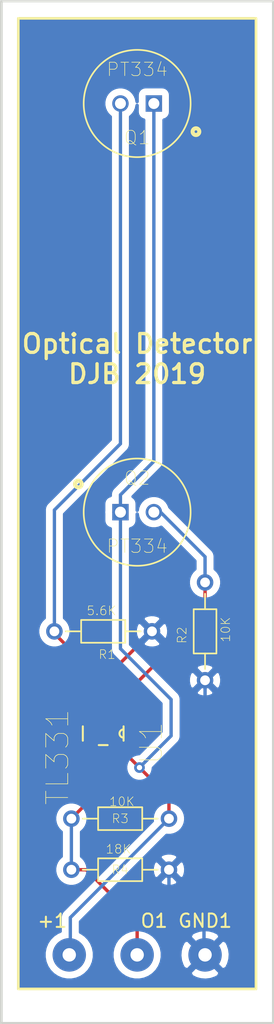
<source format=kicad_pcb>
(kicad_pcb (version 20171130) (host pcbnew 5.1.5-52549c5~86~ubuntu16.04.1)

  (general
    (thickness 1.6)
    (drawings 14)
    (tracks 45)
    (zones 0)
    (modules 10)
    (nets 6)
  )

  (page A4)
  (layers
    (0 F.Cu signal)
    (31 B.Cu signal)
    (32 B.Adhes user hide)
    (33 F.Adhes user hide)
    (34 B.Paste user hide)
    (35 F.Paste user hide)
    (36 B.SilkS user)
    (37 F.SilkS user)
    (38 B.Mask user hide)
    (39 F.Mask user hide)
    (40 Dwgs.User user hide)
    (41 Cmts.User user hide)
    (42 Eco1.User user hide)
    (43 Eco2.User user)
    (44 Edge.Cuts user)
    (45 Margin user hide)
    (46 B.CrtYd user hide)
    (47 F.CrtYd user hide)
    (48 B.Fab user hide)
    (49 F.Fab user hide)
  )

  (setup
    (last_trace_width 0.25)
    (trace_clearance 0.2)
    (zone_clearance 0.508)
    (zone_45_only no)
    (trace_min 0.2)
    (via_size 0.8)
    (via_drill 0.4)
    (via_min_size 0.4)
    (via_min_drill 0.3)
    (uvia_size 0.3)
    (uvia_drill 0.1)
    (uvias_allowed no)
    (uvia_min_size 0.2)
    (uvia_min_drill 0.1)
    (edge_width 0.15)
    (segment_width 0.2)
    (pcb_text_width 0.3)
    (pcb_text_size 1.5 1.5)
    (mod_edge_width 0.15)
    (mod_text_size 1 1)
    (mod_text_width 0.15)
    (pad_size 1.238 1.238)
    (pad_drill 0.73)
    (pad_to_mask_clearance 0.051)
    (solder_mask_min_width 0.25)
    (aux_axis_origin 0 0)
    (visible_elements FFFFFF7F)
    (pcbplotparams
      (layerselection 0x010f0_ffffffff)
      (usegerberextensions false)
      (usegerberattributes false)
      (usegerberadvancedattributes false)
      (creategerberjobfile false)
      (excludeedgelayer true)
      (linewidth 0.100000)
      (plotframeref false)
      (viasonmask false)
      (mode 1)
      (useauxorigin false)
      (hpglpennumber 1)
      (hpglpenspeed 20)
      (hpglpendiameter 15.000000)
      (psnegative false)
      (psa4output false)
      (plotreference true)
      (plotvalue true)
      (plotinvisibletext false)
      (padsonsilk false)
      (subtractmaskfromsilk false)
      (outputformat 1)
      (mirror false)
      (drillshape 0)
      (scaleselection 1)
      (outputdirectory "/home/dbristow/Kicad-Projects/OpticalDetector/"))
  )

  (net 0 "")
  (net 1 "Net-(Q1-PadE)")
  (net 2 GND)
  (net 3 "Net-(Q2-PadE)")
  (net 4 VCC)
  (net 5 "Net-(O1-Pad1)")

  (net_class Default "This is the default net class."
    (clearance 0.2)
    (trace_width 0.25)
    (via_dia 0.8)
    (via_drill 0.4)
    (uvia_dia 0.3)
    (uvia_drill 0.1)
    (add_net GND)
    (add_net "Net-(O1-Pad1)")
    (add_net "Net-(Q1-PadE)")
    (add_net "Net-(Q2-PadE)")
    (add_net VCC)
  )

  (module lib:SolderWirePad_1x01_Drill1mm (layer F.Cu) (tedit 5AEE5EBE) (tstamp 5E9A810D)
    (at 106.68 107.95)
    (descr "Wire solder connection")
    (tags connector)
    (path /5E9AFA0F)
    (attr virtual)
    (fp_text reference GND1 (at 0 -2.54) (layer F.SilkS)
      (effects (font (size 1 1) (thickness 0.15)))
    )
    (fp_text value PADS (at 0 3.175) (layer F.Fab)
      (effects (font (size 1 1) (thickness 0.15)))
    )
    (fp_line (start 1.75 1.75) (end -1.75 1.75) (layer F.CrtYd) (width 0.05))
    (fp_line (start 1.75 1.75) (end 1.75 -1.75) (layer F.CrtYd) (width 0.05))
    (fp_line (start -1.75 -1.75) (end -1.75 1.75) (layer F.CrtYd) (width 0.05))
    (fp_line (start -1.75 -1.75) (end 1.75 -1.75) (layer F.CrtYd) (width 0.05))
    (fp_text user %R (at 0 0) (layer F.Fab)
      (effects (font (size 1 1) (thickness 0.15)))
    )
    (pad 1 thru_hole circle (at 0 0) (size 2.49936 2.49936) (drill 1.00076) (layers *.Cu *.Mask)
      (net 2 GND))
  )

  (module lib:SolderWirePad_1x01_Drill1mm (layer F.Cu) (tedit 5AEE5EBE) (tstamp 5E9A8103)
    (at 96.52 107.95)
    (descr "Wire solder connection")
    (tags connector)
    (path /5E9AC8EE)
    (attr virtual)
    (fp_text reference +1 (at -1.27 -2.54) (layer F.SilkS)
      (effects (font (size 1 1) (thickness 0.15)))
    )
    (fp_text value PADS (at 0 3.175) (layer F.Fab)
      (effects (font (size 1 1) (thickness 0.15)))
    )
    (fp_line (start 1.75 1.75) (end -1.75 1.75) (layer F.CrtYd) (width 0.05))
    (fp_line (start 1.75 1.75) (end 1.75 -1.75) (layer F.CrtYd) (width 0.05))
    (fp_line (start -1.75 -1.75) (end -1.75 1.75) (layer F.CrtYd) (width 0.05))
    (fp_line (start -1.75 -1.75) (end 1.75 -1.75) (layer F.CrtYd) (width 0.05))
    (fp_text user %R (at 0 0) (layer F.Fab)
      (effects (font (size 1 1) (thickness 0.15)))
    )
    (pad 1 thru_hole circle (at 0 0) (size 2.49936 2.49936) (drill 1.00076) (layers *.Cu *.Mask)
      (net 4 VCC))
  )

  (module lib:SolderWirePad_1x01_Drill1mm (layer F.Cu) (tedit 5AEE5EBE) (tstamp 5E9A8108)
    (at 101.6 107.95)
    (descr "Wire solder connection")
    (tags connector)
    (path /5E9ADD5F)
    (attr virtual)
    (fp_text reference O1 (at 1.27 -2.54) (layer F.SilkS)
      (effects (font (size 1 1) (thickness 0.15)))
    )
    (fp_text value PADS (at 0 3.175) (layer F.Fab)
      (effects (font (size 1 1) (thickness 0.15)))
    )
    (fp_line (start 1.75 1.75) (end -1.75 1.75) (layer F.CrtYd) (width 0.05))
    (fp_line (start 1.75 1.75) (end 1.75 -1.75) (layer F.CrtYd) (width 0.05))
    (fp_line (start -1.75 -1.75) (end -1.75 1.75) (layer F.CrtYd) (width 0.05))
    (fp_line (start -1.75 -1.75) (end 1.75 -1.75) (layer F.CrtYd) (width 0.05))
    (fp_text user %R (at 0 0) (layer F.Fab)
      (effects (font (size 1 1) (thickness 0.15)))
    )
    (pad 1 thru_hole circle (at 0 0) (size 2.49936 2.49936) (drill 1.00076) (layers *.Cu *.Mask)
      (net 5 "Net-(O1-Pad1)"))
  )

  (module lib:SOT95P (layer F.Cu) (tedit 0) (tstamp 5E069B8D)
    (at 99.06 91.44 270)
    (path /5E06970D)
    (attr smd)
    (fp_text reference U1 (at 0.71303 -3.59062 270) (layer F.SilkS)
      (effects (font (size 1.64422 1.64422) (thickness 0.05)))
    )
    (fp_text value TL331 (at 1.75723 3.41259 270) (layer F.SilkS)
      (effects (font (size 1.64433 1.64433) (thickness 0.05)))
    )
    (fp_arc (start 0 -1.524) (end -0.3048 -1.524) (angle -180) (layer Eco2.User) (width 0.1))
    (fp_line (start 1.4986 -1.1938) (end 0.8636 -1.1938) (layer Eco2.User) (width 0.1))
    (fp_line (start 1.4986 -0.7112) (end 1.4986 -1.1938) (layer Eco2.User) (width 0.1))
    (fp_line (start 0.8636 -0.7112) (end 1.4986 -0.7112) (layer Eco2.User) (width 0.1))
    (fp_line (start 0.8636 -1.1938) (end 0.8636 -0.7112) (layer Eco2.User) (width 0.1))
    (fp_line (start 0.8636 -1.524) (end 0.8636 -1.1938) (layer Eco2.User) (width 0.1))
    (fp_line (start 1.4986 0.7112) (end 0.8636 0.7112) (layer Eco2.User) (width 0.1))
    (fp_line (start 1.4986 1.1938) (end 1.4986 0.7112) (layer Eco2.User) (width 0.1))
    (fp_line (start 0.8636 1.1938) (end 1.4986 1.1938) (layer Eco2.User) (width 0.1))
    (fp_line (start -1.4986 1.1938) (end -0.8636 1.1938) (layer Eco2.User) (width 0.1))
    (fp_line (start -1.4986 0.7112) (end -1.4986 1.1938) (layer Eco2.User) (width 0.1))
    (fp_line (start -0.8636 0.7112) (end -1.4986 0.7112) (layer Eco2.User) (width 0.1))
    (fp_line (start -0.8636 1.1938) (end -0.8636 0.7112) (layer Eco2.User) (width 0.1))
    (fp_line (start -0.8636 1.524) (end -0.8636 1.1938) (layer Eco2.User) (width 0.1))
    (fp_line (start -1.4986 0.254) (end -0.8636 0.254) (layer Eco2.User) (width 0.1))
    (fp_line (start -1.4986 -0.254) (end -1.4986 0.254) (layer Eco2.User) (width 0.1))
    (fp_line (start -0.8636 -0.254) (end -1.4986 -0.254) (layer Eco2.User) (width 0.1))
    (fp_line (start -1.4986 -0.7112) (end -0.8636 -0.7112) (layer Eco2.User) (width 0.1))
    (fp_line (start -1.4986 -1.1938) (end -1.4986 -0.7112) (layer Eco2.User) (width 0.1))
    (fp_line (start -0.8636 -1.1938) (end -1.4986 -1.1938) (layer Eco2.User) (width 0.1))
    (fp_line (start -0.8636 0.254) (end -0.8636 0.7112) (layer Eco2.User) (width 0.1))
    (fp_line (start -0.8636 -0.254) (end -0.8636 0.254) (layer Eco2.User) (width 0.1))
    (fp_line (start -0.8636 -0.7112) (end -0.8636 -0.254) (layer Eco2.User) (width 0.1))
    (fp_line (start -0.8636 -1.1938) (end -0.8636 -0.7112) (layer Eco2.User) (width 0.1))
    (fp_line (start -0.8636 -1.524) (end -0.8636 -1.1938) (layer Eco2.User) (width 0.1))
    (fp_line (start -0.3048 -1.524) (end -0.8636 -1.524) (layer Eco2.User) (width 0.1))
    (fp_line (start 0.3048 -1.524) (end -0.3048 -1.524) (layer Eco2.User) (width 0.1))
    (fp_line (start 0.8636 -1.524) (end 0.3048 -1.524) (layer Eco2.User) (width 0.1))
    (fp_line (start 0.8636 0.7112) (end 0.8636 -0.7112) (layer Eco2.User) (width 0.1))
    (fp_line (start 0.8636 1.1938) (end 0.8636 0.7112) (layer Eco2.User) (width 0.1))
    (fp_line (start 0.8636 1.524) (end 0.8636 1.1938) (layer Eco2.User) (width 0.1))
    (fp_line (start -0.8636 1.524) (end 0.8636 1.524) (layer Eco2.User) (width 0.1))
    (fp_arc (start 0 -1.524) (end -0.3048 -1.524) (angle -180) (layer F.SilkS) (width 0.1524))
    (fp_line (start -0.3048 -1.524) (end -0.5334 -1.524) (layer F.SilkS) (width 0.1524))
    (fp_line (start 0.3048 -1.524) (end -0.3048 -1.524) (layer F.SilkS) (width 0.1524))
    (fp_line (start 0.5334 -1.524) (end 0.3048 -1.524) (layer F.SilkS) (width 0.1524))
    (fp_line (start 0.8636 0.3302) (end 0.8636 -0.3302) (layer F.SilkS) (width 0.1524))
    (fp_line (start -0.5334 1.524) (end 0.5334 1.524) (layer F.SilkS) (width 0.1524))
    (pad 5 smd rect (at 1.2954 -0.9398 270) (size 1.27 0.5588) (layers F.Cu F.Paste F.Mask)
      (net 4 VCC))
    (pad 4 smd rect (at 1.2954 0.9398 270) (size 1.27 0.5588) (layers F.Cu F.Paste F.Mask)
      (net 5 "Net-(O1-Pad1)"))
    (pad 3 smd rect (at -1.2954 0.9398 270) (size 1.27 0.5588) (layers F.Cu F.Paste F.Mask)
      (net 1 "Net-(Q1-PadE)"))
    (pad 2 smd rect (at -1.2954 0 270) (size 1.27 0.5588) (layers F.Cu F.Paste F.Mask)
      (net 2 GND))
    (pad 1 smd rect (at -1.2954 -0.9398 270) (size 1.27 0.5588) (layers F.Cu F.Paste F.Mask)
      (net 3 "Net-(Q2-PadE)"))
  )

  (module lib:PT334 (layer F.Cu) (tedit 5E9B14FD) (tstamp 5E06B9DB)
    (at 101.6 74.93)
    (path /5E06ADAD)
    (fp_text reference Q2 (at 0 -2.54) (layer F.SilkS)
      (effects (font (size 1 1) (thickness 0.05)))
    )
    (fp_text value PT334 (at 0 2.54) (layer F.SilkS)
      (effects (font (size 1 1) (thickness 0.05)))
    )
    (fp_circle (center -4.4 -2.1) (end -4.3 -2.1) (layer Eco2.User) (width 0.3))
    (fp_circle (center -4.4 -2.1) (end -4.3 -2.1) (layer F.SilkS) (width 0.3))
    (fp_circle (center 0 0) (end 4.25 0) (layer Eco1.User) (width 0.05))
    (fp_circle (center 0 0) (end 4 0) (layer F.SilkS) (width 0.127))
    (fp_circle (center 0 0) (end 4 0) (layer Eco2.User) (width 0.127))
    (pad E thru_hole circle (at 1.25 0) (size 1.23 1.23) (drill 0.82) (layers *.Cu *.Mask)
      (net 3 "Net-(Q2-PadE)"))
    (pad C thru_hole rect (at -1.25 0) (size 1.23 1.23) (drill 0.82) (layers *.Cu *.Mask)
      (net 4 VCC))
  )

  (module lib:PT334 (layer F.Cu) (tedit 5E9B14FD) (tstamp 5E06B9D0)
    (at 101.6 44.45 180)
    (path /5E06ACC2)
    (fp_text reference Q1 (at 0 -2.54 180) (layer F.SilkS)
      (effects (font (size 1 1) (thickness 0.05)))
    )
    (fp_text value PT334 (at 0 2.54 180) (layer F.SilkS)
      (effects (font (size 1 1) (thickness 0.05)))
    )
    (fp_circle (center -4.4 -2.1) (end -4.3 -2.1) (layer Eco2.User) (width 0.3))
    (fp_circle (center -4.4 -2.1) (end -4.3 -2.1) (layer F.SilkS) (width 0.3))
    (fp_circle (center 0 0) (end 4.25 0) (layer Eco1.User) (width 0.05))
    (fp_circle (center 0 0) (end 4 0) (layer F.SilkS) (width 0.127))
    (fp_circle (center 0 0) (end 4 0) (layer Eco2.User) (width 0.127))
    (pad E thru_hole circle (at 1.25 0 180) (size 1.23 1.23) (drill 0.82) (layers *.Cu *.Mask)
      (net 1 "Net-(Q1-PadE)"))
    (pad C thru_hole rect (at -1.25 0 180) (size 1.23 1.23) (drill 0.82) (layers *.Cu *.Mask)
      (net 4 VCC))
  )

  (module lib:RES (layer F.Cu) (tedit 5C0BDC99) (tstamp 5E069BE5)
    (at 100.33 101.6 180)
    (path /5E05A091)
    (fp_text reference R4 (at 0 0 180) (layer F.SilkS)
      (effects (font (size 0.658021 0.658021) (thickness 0.05)))
    )
    (fp_text value 18K (at 0.130335 1.53826 180) (layer F.SilkS)
      (effects (font (size 0.656928 0.656928) (thickness 0.05)))
    )
    (fp_line (start -4.4 1.1) (end -4.4 -1.1) (layer Eco1.User) (width 0.05))
    (fp_line (start 4.4 1.1) (end -4.4 1.1) (layer Eco1.User) (width 0.05))
    (fp_line (start 4.4 -1.1) (end 4.4 1.1) (layer Eco1.User) (width 0.05))
    (fp_line (start -4.4 -1.1) (end 4.4 -1.1) (layer Eco1.User) (width 0.05))
    (fp_line (start -1.65 0.85) (end -1.65 -0.85) (layer Dwgs.User) (width 0.127))
    (fp_line (start 1.65 0.85) (end -1.65 0.85) (layer Dwgs.User) (width 0.127))
    (fp_line (start 1.65 -0.85) (end 1.65 0.85) (layer Dwgs.User) (width 0.127))
    (fp_line (start -1.65 -0.85) (end 1.65 -0.85) (layer Dwgs.User) (width 0.127))
    (fp_line (start 1.65 0) (end 2.8 0) (layer F.SilkS) (width 0.127))
    (fp_line (start -1.65 0) (end -2.8 0) (layer F.SilkS) (width 0.127))
    (fp_line (start -1.65 0) (end -1.65 -0.85) (layer F.SilkS) (width 0.127))
    (fp_line (start -1.65 0.85) (end -1.65 0) (layer F.SilkS) (width 0.127))
    (fp_line (start 1.65 0.85) (end -1.65 0.85) (layer F.SilkS) (width 0.127))
    (fp_line (start 1.65 0) (end 1.65 0.85) (layer F.SilkS) (width 0.127))
    (fp_line (start 1.65 -0.85) (end 1.65 0) (layer F.SilkS) (width 0.127))
    (fp_line (start -1.65 -0.85) (end 1.65 -0.85) (layer F.SilkS) (width 0.127))
    (pad 2 thru_hole circle (at 3.65 0 180) (size 1.238 1.238) (drill 0.73) (layers *.Cu *.Mask)
      (net 5 "Net-(O1-Pad1)"))
    (pad 1 thru_hole circle (at -3.65 0 180) (size 1.238 1.238) (drill 0.73) (layers *.Cu *.Mask)
      (net 2 GND))
  )

  (module lib:RES (layer F.Cu) (tedit 5C0BDC99) (tstamp 5E069BCF)
    (at 100.33 97.79)
    (path /5E055E4E)
    (fp_text reference R3 (at 0 0) (layer F.SilkS)
      (effects (font (size 0.658021 0.658021) (thickness 0.05)))
    )
    (fp_text value 10K (at 0.130335 -1.27) (layer F.SilkS)
      (effects (font (size 0.656928 0.656928) (thickness 0.05)))
    )
    (fp_line (start -4.4 1.1) (end -4.4 -1.1) (layer Eco1.User) (width 0.05))
    (fp_line (start 4.4 1.1) (end -4.4 1.1) (layer Eco1.User) (width 0.05))
    (fp_line (start 4.4 -1.1) (end 4.4 1.1) (layer Eco1.User) (width 0.05))
    (fp_line (start -4.4 -1.1) (end 4.4 -1.1) (layer Eco1.User) (width 0.05))
    (fp_line (start -1.65 0.85) (end -1.65 -0.85) (layer Dwgs.User) (width 0.127))
    (fp_line (start 1.65 0.85) (end -1.65 0.85) (layer Dwgs.User) (width 0.127))
    (fp_line (start 1.65 -0.85) (end 1.65 0.85) (layer Dwgs.User) (width 0.127))
    (fp_line (start -1.65 -0.85) (end 1.65 -0.85) (layer Dwgs.User) (width 0.127))
    (fp_line (start 1.65 0) (end 2.8 0) (layer F.SilkS) (width 0.127))
    (fp_line (start -1.65 0) (end -2.8 0) (layer F.SilkS) (width 0.127))
    (fp_line (start -1.65 0) (end -1.65 -0.85) (layer F.SilkS) (width 0.127))
    (fp_line (start -1.65 0.85) (end -1.65 0) (layer F.SilkS) (width 0.127))
    (fp_line (start 1.65 0.85) (end -1.65 0.85) (layer F.SilkS) (width 0.127))
    (fp_line (start 1.65 0) (end 1.65 0.85) (layer F.SilkS) (width 0.127))
    (fp_line (start 1.65 -0.85) (end 1.65 0) (layer F.SilkS) (width 0.127))
    (fp_line (start -1.65 -0.85) (end 1.65 -0.85) (layer F.SilkS) (width 0.127))
    (pad 2 thru_hole circle (at 3.65 0) (size 1.238 1.238) (drill 0.73) (layers *.Cu *.Mask)
      (net 4 VCC))
    (pad 1 thru_hole circle (at -3.65 0) (size 1.238 1.238) (drill 0.73) (layers *.Cu *.Mask)
      (net 5 "Net-(O1-Pad1)"))
  )

  (module lib:RES (layer F.Cu) (tedit 5C0BDC99) (tstamp 5E069BB9)
    (at 106.68 83.82 90)
    (path /5E055C0F)
    (fp_text reference R2 (at -0.287256 -1.7236 90) (layer F.SilkS)
      (effects (font (size 0.658021 0.658021) (thickness 0.05)))
    )
    (fp_text value 10K (at 0.130335 1.53826 90) (layer F.SilkS)
      (effects (font (size 0.656928 0.656928) (thickness 0.05)))
    )
    (fp_line (start -4.4 1.1) (end -4.4 -1.1) (layer Eco1.User) (width 0.05))
    (fp_line (start 4.4 1.1) (end -4.4 1.1) (layer Eco1.User) (width 0.05))
    (fp_line (start 4.4 -1.1) (end 4.4 1.1) (layer Eco1.User) (width 0.05))
    (fp_line (start -4.4 -1.1) (end 4.4 -1.1) (layer Eco1.User) (width 0.05))
    (fp_line (start -1.65 0.85) (end -1.65 -0.85) (layer Dwgs.User) (width 0.127))
    (fp_line (start 1.65 0.85) (end -1.65 0.85) (layer Dwgs.User) (width 0.127))
    (fp_line (start 1.65 -0.85) (end 1.65 0.85) (layer Dwgs.User) (width 0.127))
    (fp_line (start -1.65 -0.85) (end 1.65 -0.85) (layer Dwgs.User) (width 0.127))
    (fp_line (start 1.65 0) (end 2.8 0) (layer F.SilkS) (width 0.127))
    (fp_line (start -1.65 0) (end -2.8 0) (layer F.SilkS) (width 0.127))
    (fp_line (start -1.65 0) (end -1.65 -0.85) (layer F.SilkS) (width 0.127))
    (fp_line (start -1.65 0.85) (end -1.65 0) (layer F.SilkS) (width 0.127))
    (fp_line (start 1.65 0.85) (end -1.65 0.85) (layer F.SilkS) (width 0.127))
    (fp_line (start 1.65 0) (end 1.65 0.85) (layer F.SilkS) (width 0.127))
    (fp_line (start 1.65 -0.85) (end 1.65 0) (layer F.SilkS) (width 0.127))
    (fp_line (start -1.65 -0.85) (end 1.65 -0.85) (layer F.SilkS) (width 0.127))
    (pad 2 thru_hole circle (at 3.65 0 90) (size 1.238 1.238) (drill 0.73) (layers *.Cu *.Mask)
      (net 3 "Net-(Q2-PadE)"))
    (pad 1 thru_hole circle (at -3.65 0 90) (size 1.238 1.238) (drill 0.73) (layers *.Cu *.Mask)
      (net 2 GND))
  )

  (module lib:RES (layer F.Cu) (tedit 5C0BDC99) (tstamp 5E069BA3)
    (at 99.06 83.82 180)
    (path /5E055B39)
    (fp_text reference R1 (at -0.287256 -1.7236 180) (layer F.SilkS)
      (effects (font (size 0.658021 0.658021) (thickness 0.05)))
    )
    (fp_text value 5.6K (at 0.130335 1.53826 180) (layer F.SilkS)
      (effects (font (size 0.656928 0.656928) (thickness 0.05)))
    )
    (fp_line (start -4.4 1.1) (end -4.4 -1.1) (layer Eco1.User) (width 0.05))
    (fp_line (start 4.4 1.1) (end -4.4 1.1) (layer Eco1.User) (width 0.05))
    (fp_line (start 4.4 -1.1) (end 4.4 1.1) (layer Eco1.User) (width 0.05))
    (fp_line (start -4.4 -1.1) (end 4.4 -1.1) (layer Eco1.User) (width 0.05))
    (fp_line (start -1.65 0.85) (end -1.65 -0.85) (layer Dwgs.User) (width 0.127))
    (fp_line (start 1.65 0.85) (end -1.65 0.85) (layer Dwgs.User) (width 0.127))
    (fp_line (start 1.65 -0.85) (end 1.65 0.85) (layer Dwgs.User) (width 0.127))
    (fp_line (start -1.65 -0.85) (end 1.65 -0.85) (layer Dwgs.User) (width 0.127))
    (fp_line (start 1.65 0) (end 2.8 0) (layer F.SilkS) (width 0.127))
    (fp_line (start -1.65 0) (end -2.8 0) (layer F.SilkS) (width 0.127))
    (fp_line (start -1.65 0) (end -1.65 -0.85) (layer F.SilkS) (width 0.127))
    (fp_line (start -1.65 0.85) (end -1.65 0) (layer F.SilkS) (width 0.127))
    (fp_line (start 1.65 0.85) (end -1.65 0.85) (layer F.SilkS) (width 0.127))
    (fp_line (start 1.65 0) (end 1.65 0.85) (layer F.SilkS) (width 0.127))
    (fp_line (start 1.65 -0.85) (end 1.65 0) (layer F.SilkS) (width 0.127))
    (fp_line (start -1.65 -0.85) (end 1.65 -0.85) (layer F.SilkS) (width 0.127))
    (pad 2 thru_hole circle (at 3.65 0 180) (size 1.238 1.238) (drill 0.73) (layers *.Cu *.Mask)
      (net 1 "Net-(Q1-PadE)"))
    (pad 1 thru_hole circle (at -3.65 0 180) (size 1.238 1.238) (drill 0.73) (layers *.Cu *.Mask)
      (net 2 GND))
  )

  (gr_line (start 111.76 36.83) (end 111.76 113.03) (layer Edge.Cuts) (width 0.15))
  (gr_line (start 111.76 36.83) (end 111.76 113.03) (layer Eco2.User) (width 0.2))
  (gr_line (start 92.71 110.49) (end 92.71 38.1) (layer F.SilkS) (width 0.2))
  (gr_line (start 110.49 110.49) (end 92.71 110.49) (layer F.SilkS) (width 0.2))
  (gr_line (start 110.49 38.1) (end 110.49 110.49) (layer F.SilkS) (width 0.2))
  (gr_line (start 92.71 38.1) (end 110.49 38.1) (layer F.SilkS) (width 0.2))
  (gr_line (start 91.44 36.83) (end 91.44 113.03) (layer Edge.Cuts) (width 0.2))
  (gr_text "Optical Detector\nDJB 2019" (at 101.6 63.5) (layer F.SilkS) (tstamp 5E08067F)
    (effects (font (size 1.4 1.4) (thickness 0.25)))
  )
  (gr_line (start 91.44 113.03) (end 111.76 113.03) (layer Edge.Cuts) (width 0.15))
  (gr_line (start 91.44 36.83) (end 111.76 36.83) (layer Edge.Cuts) (width 0.15))
  (gr_line (start 176.53 44.45) (end 157.48 44.45) (layer F.Adhes) (width 0.2) (tstamp 5E07E4D4))
  (gr_line (start 154.94 44.45) (end 135.89 44.45) (layer F.Adhes) (width 0.2) (tstamp 5E07E4D4))
  (gr_line (start 133.35 44.45) (end 114.3 44.45) (layer F.Adhes) (width 0.2) (tstamp 5E07E4D4))
  (gr_line (start 111.76 44.45) (end 92.71 44.45) (layer F.Adhes) (width 0.2))

  (segment (start 107.05001 108.1364) (end 107.05001 107.95) (width 0.25) (layer B.Cu) (net 2))
  (segment (start 95.41 82.944602) (end 95.41 83.82) (width 0.25) (layer B.Cu) (net 1))
  (segment (start 98.1202 90.1446) (end 98.1202 86.6902) (width 0.25) (layer F.Cu) (net 1))
  (segment (start 98.1202 86.6902) (end 95.25 83.82) (width 0.25) (layer F.Cu) (net 1))
  (segment (start 100.35 44.45) (end 100.35 69.83) (width 0.25) (layer B.Cu) (net 1))
  (segment (start 95.41 74.77) (end 95.41 83.82) (width 0.25) (layer B.Cu) (net 1))
  (segment (start 100.35 69.83) (end 95.41 74.77) (width 0.25) (layer B.Cu) (net 1))
  (segment (start 106.68 87.47) (end 106.68 94.14) (width 0.25) (layer B.Cu) (net 2))
  (segment (start 106.6 107.95) (end 106.6 105.49) (width 0.25) (layer B.Cu) (net 2))
  (segment (start 106.6 105.49) (end 109.22 102.87) (width 0.25) (layer B.Cu) (net 2))
  (segment (start 109.22 96.68) (end 106.68 94.14) (width 0.25) (layer B.Cu) (net 2))
  (segment (start 109.22 102.87) (end 109.22 96.68) (width 0.25) (layer B.Cu) (net 2))
  (segment (start 103.03 83.82) (end 102.71 83.82) (width 0.25) (layer B.Cu) (net 2))
  (segment (start 106.68 87.47) (end 103.03 83.82) (width 0.25) (layer B.Cu) (net 2))
  (segment (start 99.06 87.47) (end 102.71 83.82) (width 0.25) (layer F.Cu) (net 2))
  (segment (start 99.06 90.1446) (end 99.06 87.47) (width 0.25) (layer F.Cu) (net 2))
  (segment (start 103.98 102.87) (end 106.6 105.49) (width 0.25) (layer B.Cu) (net 2))
  (segment (start 103.98 101.6) (end 103.98 102.87) (width 0.25) (layer B.Cu) (net 2))
  (segment (start 106.68 78.26) (end 103.35 74.93) (width 0.25) (layer B.Cu) (net 3))
  (segment (start 106.68 80.17) (end 106.68 78.26) (width 0.25) (layer B.Cu) (net 3))
  (segment (start 99.9998 89.2596) (end 99.9998 90.1446) (width 0.25) (layer F.Cu) (net 3))
  (segment (start 106.68 80.17) (end 106.68 82.55) (width 0.25) (layer F.Cu) (net 3))
  (segment (start 99.9998 89.2302) (end 99.9998 90.1446) (width 0.25) (layer F.Cu) (net 3))
  (segment (start 106.68 82.55) (end 99.9998 89.2302) (width 0.25) (layer F.Cu) (net 3))
  (segment (start 96.6 105.17) (end 96.6 107.95) (width 0.25) (layer B.Cu) (net 4))
  (segment (start 103.98 97.79) (end 96.6 105.17) (width 0.25) (layer B.Cu) (net 4))
  (segment (start 100.5292 92.7354) (end 99.9998 92.7354) (width 0.25) (layer F.Cu) (net 4))
  (segment (start 103.98 96.1862) (end 101.7738 93.98) (width 0.25) (layer F.Cu) (net 4))
  (segment (start 103.98 97.79) (end 103.98 96.1862) (width 0.25) (layer F.Cu) (net 4))
  (segment (start 100.715 74.93) (end 99.85 74.93) (width 0.25) (layer B.Cu) (net 4))
  (segment (start 101.7738 93.98) (end 100.5292 92.7354) (width 0.25) (layer F.Cu) (net 4) (tstamp 5E0A470C))
  (via (at 101.7738 93.98) (size 0.8) (drill 0.4) (layers F.Cu B.Cu) (net 4))
  (segment (start 104.14 91.6138) (end 101.7738 93.98) (width 0.25) (layer B.Cu) (net 4))
  (segment (start 104.14 88.9) (end 104.14 91.6138) (width 0.25) (layer B.Cu) (net 4))
  (segment (start 102.85 44.45) (end 102.85 71.14) (width 0.25) (layer B.Cu) (net 4))
  (segment (start 100.35 73.64) (end 100.35 74.93) (width 0.25) (layer B.Cu) (net 4))
  (segment (start 102.85 71.14) (end 100.35 73.64) (width 0.25) (layer B.Cu) (net 4))
  (segment (start 100.35 74.93) (end 100.35 85.11) (width 0.25) (layer B.Cu) (net 4))
  (segment (start 100.35 85.11) (end 104.14 88.9) (width 0.25) (layer B.Cu) (net 4))
  (segment (start 98.1202 96.3498) (end 96.68 97.79) (width 0.25) (layer F.Cu) (net 5))
  (segment (start 98.1202 92.7354) (end 98.1202 96.3498) (width 0.25) (layer F.Cu) (net 5))
  (segment (start 96.68 97.79) (end 96.68 101.6) (width 0.25) (layer B.Cu) (net 5))
  (segment (start 96.68 101.6) (end 97.79 101.6) (width 0.25) (layer F.Cu) (net 5))
  (segment (start 101.6 105.41) (end 101.6 107.95) (width 0.25) (layer F.Cu) (net 5))
  (segment (start 97.79 101.6) (end 101.6 105.41) (width 0.25) (layer F.Cu) (net 5))

  (zone (net 2) (net_name GND) (layer B.Cu) (tstamp 0) (hatch edge 0.508)
    (connect_pads (clearance 0.508))
    (min_thickness 0.254)
    (fill yes (arc_segments 32) (thermal_gap 0.508) (thermal_bridge_width 0.508))
    (polygon
      (pts
        (xy 110.49 110.49) (xy 92.71 110.49) (xy 92.71 38.1) (xy 110.49 38.1)
      )
    )
    (filled_polygon
      (pts
        (xy 110.363 110.363) (xy 92.837 110.363) (xy 92.837 107.764375) (xy 94.63532 107.764375) (xy 94.63532 108.135625)
        (xy 94.707747 108.499741) (xy 94.849818 108.842731) (xy 95.056074 109.151413) (xy 95.318587 109.413926) (xy 95.627269 109.620182)
        (xy 95.970259 109.762253) (xy 96.334375 109.83468) (xy 96.705625 109.83468) (xy 97.069741 109.762253) (xy 97.412731 109.620182)
        (xy 97.721413 109.413926) (xy 97.983926 109.151413) (xy 98.190182 108.842731) (xy 98.332253 108.499741) (xy 98.40468 108.135625)
        (xy 98.40468 107.764375) (xy 99.71532 107.764375) (xy 99.71532 108.135625) (xy 99.787747 108.499741) (xy 99.929818 108.842731)
        (xy 100.136074 109.151413) (xy 100.398587 109.413926) (xy 100.707269 109.620182) (xy 101.050259 109.762253) (xy 101.414375 109.83468)
        (xy 101.785625 109.83468) (xy 102.149741 109.762253) (xy 102.492731 109.620182) (xy 102.801413 109.413926) (xy 102.951962 109.263377)
        (xy 105.546229 109.263377) (xy 105.672104 109.553315) (xy 106.004262 109.719139) (xy 106.362387 109.816975) (xy 106.732719 109.843065)
        (xy 107.101025 109.796405) (xy 107.453151 109.678789) (xy 107.687896 109.553315) (xy 107.813771 109.263377) (xy 106.68 108.129605)
        (xy 105.546229 109.263377) (xy 102.951962 109.263377) (xy 103.063926 109.151413) (xy 103.270182 108.842731) (xy 103.412253 108.499741)
        (xy 103.48468 108.135625) (xy 103.48468 108.002719) (xy 104.786935 108.002719) (xy 104.833595 108.371025) (xy 104.951211 108.723151)
        (xy 105.076685 108.957896) (xy 105.366623 109.083771) (xy 106.500395 107.95) (xy 106.859605 107.95) (xy 107.993377 109.083771)
        (xy 108.283315 108.957896) (xy 108.449139 108.625738) (xy 108.546975 108.267613) (xy 108.573065 107.897281) (xy 108.526405 107.528975)
        (xy 108.408789 107.176849) (xy 108.283315 106.942104) (xy 107.993377 106.816229) (xy 106.859605 107.95) (xy 106.500395 107.95)
        (xy 105.366623 106.816229) (xy 105.076685 106.942104) (xy 104.910861 107.274262) (xy 104.813025 107.632387) (xy 104.786935 108.002719)
        (xy 103.48468 108.002719) (xy 103.48468 107.764375) (xy 103.412253 107.400259) (xy 103.270182 107.057269) (xy 103.063926 106.748587)
        (xy 102.951962 106.636623) (xy 105.546229 106.636623) (xy 106.68 107.770395) (xy 107.813771 106.636623) (xy 107.687896 106.346685)
        (xy 107.355738 106.180861) (xy 106.997613 106.083025) (xy 106.627281 106.056935) (xy 106.258975 106.103595) (xy 105.906849 106.221211)
        (xy 105.672104 106.346685) (xy 105.546229 106.636623) (xy 102.951962 106.636623) (xy 102.801413 106.486074) (xy 102.492731 106.279818)
        (xy 102.149741 106.137747) (xy 101.785625 106.06532) (xy 101.414375 106.06532) (xy 101.050259 106.137747) (xy 100.707269 106.279818)
        (xy 100.398587 106.486074) (xy 100.136074 106.748587) (xy 99.929818 107.057269) (xy 99.787747 107.400259) (xy 99.71532 107.764375)
        (xy 98.40468 107.764375) (xy 98.332253 107.400259) (xy 98.190182 107.057269) (xy 97.983926 106.748587) (xy 97.721413 106.486074)
        (xy 97.412731 106.279818) (xy 97.36 106.257976) (xy 97.36 105.484801) (xy 100.381444 102.463357) (xy 103.296248 102.463357)
        (xy 103.345867 102.688874) (xy 103.570481 102.791665) (xy 103.810832 102.848661) (xy 104.057685 102.857671) (xy 104.301551 102.818349)
        (xy 104.533061 102.732208) (xy 104.614133 102.688874) (xy 104.663752 102.463357) (xy 103.98 101.779605) (xy 103.296248 102.463357)
        (xy 100.381444 102.463357) (xy 101.167116 101.677685) (xy 102.722329 101.677685) (xy 102.761651 101.921551) (xy 102.847792 102.153061)
        (xy 102.891126 102.234133) (xy 103.116643 102.283752) (xy 103.800395 101.6) (xy 104.159605 101.6) (xy 104.843357 102.283752)
        (xy 105.068874 102.234133) (xy 105.171665 102.009519) (xy 105.228661 101.769168) (xy 105.237671 101.522315) (xy 105.198349 101.278449)
        (xy 105.112208 101.046939) (xy 105.068874 100.965867) (xy 104.843357 100.916248) (xy 104.159605 101.6) (xy 103.800395 101.6)
        (xy 103.116643 100.916248) (xy 102.891126 100.965867) (xy 102.788335 101.190481) (xy 102.731339 101.430832) (xy 102.722329 101.677685)
        (xy 101.167116 101.677685) (xy 102.108158 100.736643) (xy 103.296248 100.736643) (xy 103.98 101.420395) (xy 104.663752 100.736643)
        (xy 104.614133 100.511126) (xy 104.389519 100.408335) (xy 104.149168 100.351339) (xy 103.902315 100.342329) (xy 103.658449 100.381651)
        (xy 103.426939 100.467792) (xy 103.345867 100.511126) (xy 103.296248 100.736643) (xy 102.108158 100.736643) (xy 103.810041 99.03476)
        (xy 103.856492 99.044) (xy 104.103508 99.044) (xy 104.345778 98.99581) (xy 104.573992 98.901281) (xy 104.779379 98.764046)
        (xy 104.954046 98.589379) (xy 105.091281 98.383992) (xy 105.18581 98.155778) (xy 105.234 97.913508) (xy 105.234 97.666492)
        (xy 105.18581 97.424222) (xy 105.091281 97.196008) (xy 104.954046 96.990621) (xy 104.779379 96.815954) (xy 104.573992 96.678719)
        (xy 104.345778 96.58419) (xy 104.103508 96.536) (xy 103.856492 96.536) (xy 103.614222 96.58419) (xy 103.386008 96.678719)
        (xy 103.180621 96.815954) (xy 103.005954 96.990621) (xy 102.868719 97.196008) (xy 102.77419 97.424222) (xy 102.726 97.666492)
        (xy 102.726 97.913508) (xy 102.73524 97.959959) (xy 96.089003 104.606196) (xy 96.059999 104.629999) (xy 96.004871 104.697174)
        (xy 95.965026 104.745724) (xy 95.894455 104.877753) (xy 95.894454 104.877754) (xy 95.850997 105.021015) (xy 95.84 105.132668)
        (xy 95.84 105.132678) (xy 95.836324 105.17) (xy 95.84 105.207323) (xy 95.84 106.191702) (xy 95.627269 106.279818)
        (xy 95.318587 106.486074) (xy 95.056074 106.748587) (xy 94.849818 107.057269) (xy 94.707747 107.400259) (xy 94.63532 107.764375)
        (xy 92.837 107.764375) (xy 92.837 97.666492) (xy 95.426 97.666492) (xy 95.426 97.913508) (xy 95.47419 98.155778)
        (xy 95.568719 98.383992) (xy 95.705954 98.589379) (xy 95.880621 98.764046) (xy 95.92 98.790358) (xy 95.920001 100.599641)
        (xy 95.880621 100.625954) (xy 95.705954 100.800621) (xy 95.568719 101.006008) (xy 95.47419 101.234222) (xy 95.426 101.476492)
        (xy 95.426 101.723508) (xy 95.47419 101.965778) (xy 95.568719 102.193992) (xy 95.705954 102.399379) (xy 95.880621 102.574046)
        (xy 96.086008 102.711281) (xy 96.314222 102.80581) (xy 96.556492 102.854) (xy 96.803508 102.854) (xy 97.045778 102.80581)
        (xy 97.273992 102.711281) (xy 97.479379 102.574046) (xy 97.654046 102.399379) (xy 97.791281 102.193992) (xy 97.88581 101.965778)
        (xy 97.934 101.723508) (xy 97.934 101.476492) (xy 97.88581 101.234222) (xy 97.791281 101.006008) (xy 97.654046 100.800621)
        (xy 97.479379 100.625954) (xy 97.44 100.599642) (xy 97.44 98.790358) (xy 97.479379 98.764046) (xy 97.654046 98.589379)
        (xy 97.791281 98.383992) (xy 97.88581 98.155778) (xy 97.934 97.913508) (xy 97.934 97.666492) (xy 97.88581 97.424222)
        (xy 97.791281 97.196008) (xy 97.654046 96.990621) (xy 97.479379 96.815954) (xy 97.273992 96.678719) (xy 97.045778 96.58419)
        (xy 96.803508 96.536) (xy 96.556492 96.536) (xy 96.314222 96.58419) (xy 96.086008 96.678719) (xy 95.880621 96.815954)
        (xy 95.705954 96.990621) (xy 95.568719 97.196008) (xy 95.47419 97.424222) (xy 95.426 97.666492) (xy 92.837 97.666492)
        (xy 92.837 83.696492) (xy 94.156 83.696492) (xy 94.156 83.943508) (xy 94.20419 84.185778) (xy 94.298719 84.413992)
        (xy 94.435954 84.619379) (xy 94.610621 84.794046) (xy 94.816008 84.931281) (xy 95.044222 85.02581) (xy 95.286492 85.074)
        (xy 95.533508 85.074) (xy 95.775778 85.02581) (xy 96.003992 84.931281) (xy 96.209379 84.794046) (xy 96.384046 84.619379)
        (xy 96.521281 84.413992) (xy 96.61581 84.185778) (xy 96.664 83.943508) (xy 96.664 83.696492) (xy 96.61581 83.454222)
        (xy 96.521281 83.226008) (xy 96.384046 83.020621) (xy 96.209379 82.845954) (xy 96.17 82.819642) (xy 96.17 75.084801)
        (xy 100.861003 70.393799) (xy 100.890001 70.370001) (xy 100.916332 70.337917) (xy 100.984974 70.254277) (xy 101.055546 70.122247)
        (xy 101.099003 69.978986) (xy 101.11 69.867333) (xy 101.11 69.867323) (xy 101.113676 69.83) (xy 101.11 69.792678)
        (xy 101.11 45.445546) (xy 101.146828 45.420938) (xy 101.320938 45.246828) (xy 101.457735 45.042097) (xy 101.551963 44.814611)
        (xy 101.596928 44.588558) (xy 101.596928 45.065) (xy 101.609188 45.189482) (xy 101.645498 45.30918) (xy 101.704463 45.419494)
        (xy 101.783815 45.516185) (xy 101.880506 45.595537) (xy 101.99082 45.654502) (xy 102.09 45.684588) (xy 102.090001 70.825197)
        (xy 99.839003 73.076196) (xy 99.809999 73.099999) (xy 99.754871 73.167174) (xy 99.715026 73.215724) (xy 99.644455 73.347753)
        (xy 99.644454 73.347754) (xy 99.600997 73.491015) (xy 99.59 73.602668) (xy 99.59 73.602678) (xy 99.586324 73.64)
        (xy 99.59 73.677323) (xy 99.59 73.695412) (xy 99.49082 73.725498) (xy 99.380506 73.784463) (xy 99.283815 73.863815)
        (xy 99.204463 73.960506) (xy 99.145498 74.07082) (xy 99.109188 74.190518) (xy 99.096928 74.315) (xy 99.096928 74.822327)
        (xy 99.086323 74.93) (xy 99.096928 75.037673) (xy 99.096928 75.545) (xy 99.109188 75.669482) (xy 99.145498 75.78918)
        (xy 99.204463 75.899494) (xy 99.283815 75.996185) (xy 99.380506 76.075537) (xy 99.49082 76.134502) (xy 99.59 76.164588)
        (xy 99.590001 85.072668) (xy 99.586324 85.11) (xy 99.600998 85.258985) (xy 99.644454 85.402246) (xy 99.715026 85.534276)
        (xy 99.786201 85.621002) (xy 99.81 85.650001) (xy 99.838998 85.673799) (xy 103.38 89.214803) (xy 103.380001 91.298997)
        (xy 101.733999 92.945) (xy 101.671861 92.945) (xy 101.471902 92.984774) (xy 101.283544 93.062795) (xy 101.114026 93.176063)
        (xy 100.969863 93.320226) (xy 100.856595 93.489744) (xy 100.778574 93.678102) (xy 100.7388 93.878061) (xy 100.7388 94.081939)
        (xy 100.778574 94.281898) (xy 100.856595 94.470256) (xy 100.969863 94.639774) (xy 101.114026 94.783937) (xy 101.283544 94.897205)
        (xy 101.471902 94.975226) (xy 101.671861 95.015) (xy 101.875739 95.015) (xy 102.075698 94.975226) (xy 102.264056 94.897205)
        (xy 102.433574 94.783937) (xy 102.577737 94.639774) (xy 102.691005 94.470256) (xy 102.769026 94.281898) (xy 102.8088 94.081939)
        (xy 102.8088 94.019801) (xy 104.651003 92.177599) (xy 104.680001 92.153801) (xy 104.706332 92.121717) (xy 104.774974 92.038077)
        (xy 104.845546 91.906047) (xy 104.889003 91.762786) (xy 104.9 91.651133) (xy 104.9 91.651124) (xy 104.903676 91.613801)
        (xy 104.9 91.576478) (xy 104.9 88.937322) (xy 104.903676 88.899999) (xy 104.9 88.862676) (xy 104.9 88.862667)
        (xy 104.889003 88.751014) (xy 104.845546 88.607753) (xy 104.774974 88.475724) (xy 104.761811 88.459685) (xy 104.703799 88.388996)
        (xy 104.703795 88.388992) (xy 104.680001 88.359999) (xy 104.651009 88.336206) (xy 104.64816 88.333357) (xy 105.996248 88.333357)
        (xy 106.045867 88.558874) (xy 106.270481 88.661665) (xy 106.510832 88.718661) (xy 106.757685 88.727671) (xy 107.001551 88.688349)
        (xy 107.233061 88.602208) (xy 107.314133 88.558874) (xy 107.363752 88.333357) (xy 106.68 87.649605) (xy 105.996248 88.333357)
        (xy 104.64816 88.333357) (xy 103.862488 87.547685) (xy 105.422329 87.547685) (xy 105.461651 87.791551) (xy 105.547792 88.023061)
        (xy 105.591126 88.104133) (xy 105.816643 88.153752) (xy 106.500395 87.47) (xy 106.859605 87.47) (xy 107.543357 88.153752)
        (xy 107.768874 88.104133) (xy 107.871665 87.879519) (xy 107.928661 87.639168) (xy 107.937671 87.392315) (xy 107.898349 87.148449)
        (xy 107.812208 86.916939) (xy 107.768874 86.835867) (xy 107.543357 86.786248) (xy 106.859605 87.47) (xy 106.500395 87.47)
        (xy 105.816643 86.786248) (xy 105.591126 86.835867) (xy 105.488335 87.060481) (xy 105.431339 87.300832) (xy 105.422329 87.547685)
        (xy 103.862488 87.547685) (xy 102.921446 86.606643) (xy 105.996248 86.606643) (xy 106.68 87.290395) (xy 107.363752 86.606643)
        (xy 107.314133 86.381126) (xy 107.089519 86.278335) (xy 106.849168 86.221339) (xy 106.602315 86.212329) (xy 106.358449 86.251651)
        (xy 106.126939 86.337792) (xy 106.045867 86.381126) (xy 105.996248 86.606643) (xy 102.921446 86.606643) (xy 101.11 84.795199)
        (xy 101.11 84.683357) (xy 102.026248 84.683357) (xy 102.075867 84.908874) (xy 102.300481 85.011665) (xy 102.540832 85.068661)
        (xy 102.787685 85.077671) (xy 103.031551 85.038349) (xy 103.263061 84.952208) (xy 103.344133 84.908874) (xy 103.393752 84.683357)
        (xy 102.71 83.999605) (xy 102.026248 84.683357) (xy 101.11 84.683357) (xy 101.11 83.897685) (xy 101.452329 83.897685)
        (xy 101.491651 84.141551) (xy 101.577792 84.373061) (xy 101.621126 84.454133) (xy 101.846643 84.503752) (xy 102.530395 83.82)
        (xy 102.889605 83.82) (xy 103.573357 84.503752) (xy 103.798874 84.454133) (xy 103.901665 84.229519) (xy 103.958661 83.989168)
        (xy 103.967671 83.742315) (xy 103.928349 83.498449) (xy 103.842208 83.266939) (xy 103.798874 83.185867) (xy 103.573357 83.136248)
        (xy 102.889605 83.82) (xy 102.530395 83.82) (xy 101.846643 83.136248) (xy 101.621126 83.185867) (xy 101.518335 83.410481)
        (xy 101.461339 83.650832) (xy 101.452329 83.897685) (xy 101.11 83.897685) (xy 101.11 82.956643) (xy 102.026248 82.956643)
        (xy 102.71 83.640395) (xy 103.393752 82.956643) (xy 103.344133 82.731126) (xy 103.119519 82.628335) (xy 102.879168 82.571339)
        (xy 102.632315 82.562329) (xy 102.388449 82.601651) (xy 102.156939 82.687792) (xy 102.075867 82.731126) (xy 102.026248 82.956643)
        (xy 101.11 82.956643) (xy 101.11 76.164588) (xy 101.20918 76.134502) (xy 101.319494 76.075537) (xy 101.416185 75.996185)
        (xy 101.495537 75.899494) (xy 101.554502 75.78918) (xy 101.590812 75.669482) (xy 101.603072 75.545) (xy 101.603072 75.068558)
        (xy 101.648037 75.294611) (xy 101.742265 75.522097) (xy 101.879062 75.726828) (xy 102.053172 75.900938) (xy 102.257903 76.037735)
        (xy 102.485389 76.131963) (xy 102.726886 76.18) (xy 102.973114 76.18) (xy 103.214611 76.131963) (xy 103.400262 76.055064)
        (xy 105.920001 78.574803) (xy 105.920001 79.169641) (xy 105.880621 79.195954) (xy 105.705954 79.370621) (xy 105.568719 79.576008)
        (xy 105.47419 79.804222) (xy 105.426 80.046492) (xy 105.426 80.293508) (xy 105.47419 80.535778) (xy 105.568719 80.763992)
        (xy 105.705954 80.969379) (xy 105.880621 81.144046) (xy 106.086008 81.281281) (xy 106.314222 81.37581) (xy 106.556492 81.424)
        (xy 106.803508 81.424) (xy 107.045778 81.37581) (xy 107.273992 81.281281) (xy 107.479379 81.144046) (xy 107.654046 80.969379)
        (xy 107.791281 80.763992) (xy 107.88581 80.535778) (xy 107.934 80.293508) (xy 107.934 80.046492) (xy 107.88581 79.804222)
        (xy 107.791281 79.576008) (xy 107.654046 79.370621) (xy 107.479379 79.195954) (xy 107.44 79.169642) (xy 107.44 78.297322)
        (xy 107.443676 78.259999) (xy 107.44 78.222676) (xy 107.44 78.222667) (xy 107.429003 78.111014) (xy 107.385546 77.967753)
        (xy 107.314974 77.835724) (xy 107.220001 77.719999) (xy 107.191003 77.696201) (xy 104.046146 74.551345) (xy 103.957735 74.337903)
        (xy 103.820938 74.133172) (xy 103.646828 73.959062) (xy 103.442097 73.822265) (xy 103.214611 73.728037) (xy 102.973114 73.68)
        (xy 102.726886 73.68) (xy 102.485389 73.728037) (xy 102.257903 73.822265) (xy 102.053172 73.959062) (xy 101.879062 74.133172)
        (xy 101.742265 74.337903) (xy 101.648037 74.565389) (xy 101.603072 74.791442) (xy 101.603072 74.315) (xy 101.590812 74.190518)
        (xy 101.554502 74.07082) (xy 101.495537 73.960506) (xy 101.416185 73.863815) (xy 101.319494 73.784463) (xy 101.293977 73.770824)
        (xy 103.361003 71.703799) (xy 103.390001 71.680001) (xy 103.416332 71.647917) (xy 103.484974 71.564277) (xy 103.555546 71.432247)
        (xy 103.599003 71.288986) (xy 103.61 71.177333) (xy 103.61 71.177323) (xy 103.613676 71.14) (xy 103.61 71.102677)
        (xy 103.61 45.684588) (xy 103.70918 45.654502) (xy 103.819494 45.595537) (xy 103.916185 45.516185) (xy 103.995537 45.419494)
        (xy 104.054502 45.30918) (xy 104.090812 45.189482) (xy 104.103072 45.065) (xy 104.103072 43.835) (xy 104.090812 43.710518)
        (xy 104.054502 43.59082) (xy 103.995537 43.480506) (xy 103.916185 43.383815) (xy 103.819494 43.304463) (xy 103.70918 43.245498)
        (xy 103.589482 43.209188) (xy 103.465 43.196928) (xy 102.235 43.196928) (xy 102.110518 43.209188) (xy 101.99082 43.245498)
        (xy 101.880506 43.304463) (xy 101.783815 43.383815) (xy 101.704463 43.480506) (xy 101.645498 43.59082) (xy 101.609188 43.710518)
        (xy 101.596928 43.835) (xy 101.596928 44.311442) (xy 101.551963 44.085389) (xy 101.457735 43.857903) (xy 101.320938 43.653172)
        (xy 101.146828 43.479062) (xy 100.942097 43.342265) (xy 100.714611 43.248037) (xy 100.473114 43.2) (xy 100.226886 43.2)
        (xy 99.985389 43.248037) (xy 99.757903 43.342265) (xy 99.553172 43.479062) (xy 99.379062 43.653172) (xy 99.242265 43.857903)
        (xy 99.148037 44.085389) (xy 99.1 44.326886) (xy 99.1 44.573114) (xy 99.148037 44.814611) (xy 99.242265 45.042097)
        (xy 99.379062 45.246828) (xy 99.553172 45.420938) (xy 99.59 45.445546) (xy 99.590001 69.515197) (xy 94.899003 74.206196)
        (xy 94.869999 74.229999) (xy 94.816633 74.295026) (xy 94.775026 74.345724) (xy 94.74405 74.403676) (xy 94.704454 74.477754)
        (xy 94.660997 74.621015) (xy 94.65 74.732668) (xy 94.65 74.732678) (xy 94.646324 74.77) (xy 94.65 74.807322)
        (xy 94.650001 82.819641) (xy 94.610621 82.845954) (xy 94.435954 83.020621) (xy 94.298719 83.226008) (xy 94.20419 83.454222)
        (xy 94.156 83.696492) (xy 92.837 83.696492) (xy 92.837 38.227) (xy 110.363 38.227)
      )
    )
  )
)

</source>
